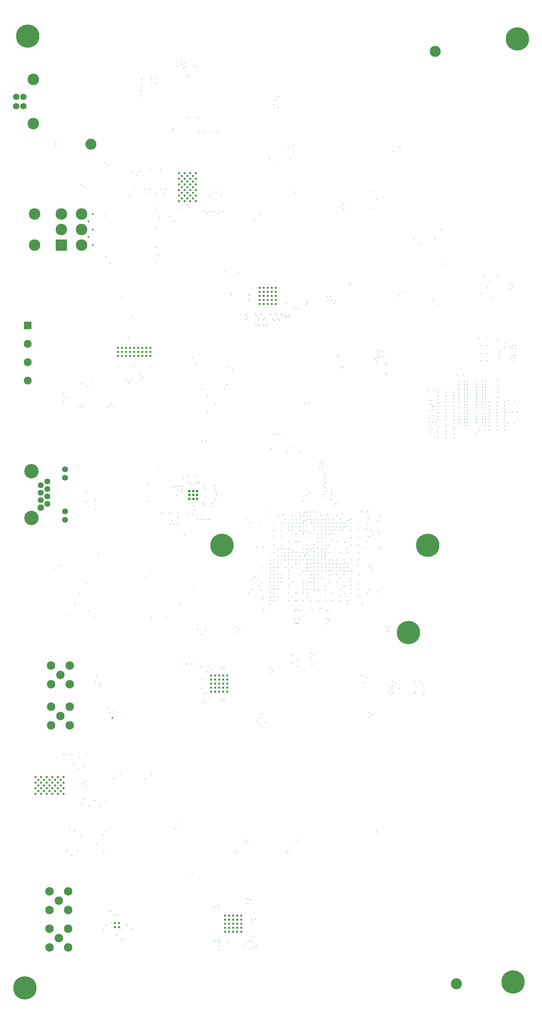
<source format=gbs>
G04*
G04 #@! TF.GenerationSoftware,Altium Limited,Altium Designer,22.11.1 (43)*
G04*
G04 Layer_Color=16711935*
%FSLAX44Y44*%
%MOMM*%
G71*
G04*
G04 #@! TF.SameCoordinates,53296E8D-2C6D-437B-9D4A-58ED0EF3D4B0*
G04*
G04*
G04 #@! TF.FilePolarity,Negative*
G04*
G01*
G75*
%ADD150C,3.0000*%
%ADD158C,6.3400*%
%ADD159C,0.7016*%
%ADD160C,2.3016*%
%ADD161C,2.1450*%
%ADD162R,2.1450X2.1450*%
%ADD163C,3.1400*%
%ADD164C,1.7400*%
%ADD165C,3.9116*%
G04:AMPARAMS|DCode=166|XSize=1.6256mm|YSize=1.6256mm|CornerRadius=0mm|HoleSize=0mm|Usage=FLASHONLY|Rotation=270.000|XOffset=0mm|YOffset=0mm|HoleType=Round|Shape=Octagon|*
%AMOCTAGOND166*
4,1,8,-0.4064,-0.8128,0.4064,-0.8128,0.8128,-0.4064,0.8128,0.4064,0.4064,0.8128,-0.4064,0.8128,-0.8128,0.4064,-0.8128,-0.4064,-0.4064,-0.8128,0.0*
%
%ADD166OCTAGOND166*%

%ADD167C,1.6256*%
%ADD168R,3.1400X3.1400*%
%ADD169C,3.1372*%
%ADD170C,0.2794*%
%ADD171C,0.4826*%
%ADD172C,0.6096*%
%ADD173C,0.6016*%
D150*
X1233880Y68354D02*
D03*
X239487Y2351209D02*
D03*
X1176020Y2603500D02*
D03*
D158*
X1156065Y1261027D02*
D03*
X1103140Y1023435D02*
D03*
X596303Y1260698D02*
D03*
X60589Y57350D02*
D03*
X1387552Y73434D02*
D03*
X1399540Y2637025D02*
D03*
X68020Y2645049D02*
D03*
D159*
X528610Y1386859D02*
D03*
X517910D02*
D03*
X507210D02*
D03*
X528610Y1397559D02*
D03*
X517910D02*
D03*
X507210D02*
D03*
X528610Y1408259D02*
D03*
X517910D02*
D03*
X507210D02*
D03*
D160*
X152900Y294811D02*
D03*
X178300Y269411D02*
D03*
X127500D02*
D03*
Y320211D02*
D03*
X178300D02*
D03*
X152900Y193211D02*
D03*
X178300Y167811D02*
D03*
X127500D02*
D03*
Y218611D02*
D03*
X178300D02*
D03*
X181857Y821997D02*
D03*
X131057D02*
D03*
Y771197D02*
D03*
X181857D02*
D03*
X156457Y796597D02*
D03*
X181857Y933757D02*
D03*
X131057D02*
D03*
Y882957D02*
D03*
X181857D02*
D03*
X156457Y908357D02*
D03*
D161*
X68020Y1708589D02*
D03*
Y1758589D02*
D03*
Y1808589D02*
D03*
D162*
Y1858589D02*
D03*
D163*
X83260Y2527449D02*
D03*
Y2407049D02*
D03*
X159565Y2119269D02*
D03*
Y2161269D02*
D03*
X214565Y2077269D02*
D03*
Y2119269D02*
D03*
Y2161269D02*
D03*
D164*
X56260Y2454749D02*
D03*
Y2479749D02*
D03*
X36260Y2454749D02*
D03*
Y2479749D02*
D03*
D165*
X78180Y1335087D02*
D03*
Y1462087D02*
D03*
D166*
X103580Y1363027D02*
D03*
D167*
Y1383347D02*
D03*
Y1403667D02*
D03*
Y1423987D02*
D03*
X121360Y1373187D02*
D03*
Y1393507D02*
D03*
Y1413827D02*
D03*
Y1434147D02*
D03*
X169620Y1330007D02*
D03*
Y1444307D02*
D03*
Y1467167D02*
D03*
Y1352867D02*
D03*
D168*
X159565Y2077269D02*
D03*
D169*
X86565Y2161269D02*
D03*
Y2077269D02*
D03*
D170*
X747713Y1210941D02*
D03*
X737077Y1211576D02*
D03*
X1288882Y1642812D02*
D03*
X1265826Y1659270D02*
D03*
X1226161Y1658528D02*
D03*
X1240776Y1658705D02*
D03*
X1163777Y1643156D02*
D03*
X1166963Y1655590D02*
D03*
X849715Y1338342D02*
D03*
X866464Y1342169D02*
D03*
X846607Y1322047D02*
D03*
X838067Y1320587D02*
D03*
X848067Y1330587D02*
D03*
X939963Y1328691D02*
D03*
X1182589Y1565106D02*
D03*
X1174558Y1557074D02*
D03*
X976122Y1352532D02*
D03*
X874531Y1224123D02*
D03*
X867102Y1211811D02*
D03*
X1227873Y1553745D02*
D03*
X866805Y1291849D02*
D03*
X856805Y1281849D02*
D03*
X923063Y1345591D02*
D03*
X867000Y1311654D02*
D03*
X1169036Y1628901D02*
D03*
X884394Y1344260D02*
D03*
X1184492Y1638251D02*
D03*
X1168758Y1638356D02*
D03*
X899677Y1369275D02*
D03*
X904635Y1374234D02*
D03*
X855523Y1253131D02*
D03*
X895523Y1293131D02*
D03*
X905523Y1303131D02*
D03*
X845523Y1243131D02*
D03*
X837070Y1232276D02*
D03*
X1204945Y1588172D02*
D03*
X1182987Y1571841D02*
D03*
X1183922Y1554514D02*
D03*
X1205181Y1583047D02*
D03*
X857086Y1211658D02*
D03*
X867041Y1221613D02*
D03*
X877041Y1231613D02*
D03*
X967041Y1321613D02*
D03*
X947041Y1301613D02*
D03*
X887041Y1241613D02*
D03*
X929391Y1269263D02*
D03*
X965824Y1302830D02*
D03*
X994484Y1334356D02*
D03*
X878493Y1210161D02*
D03*
X947081Y1281573D02*
D03*
X990643Y1350630D02*
D03*
X867713Y1230941D02*
D03*
X877713Y1240940D02*
D03*
X907713Y1270941D02*
D03*
X847713Y1211199D02*
D03*
X991992Y1353575D02*
D03*
X857713Y1220941D02*
D03*
X1204786Y1563488D02*
D03*
X1204987Y1554797D02*
D03*
X1204881Y1569682D02*
D03*
X1161327Y1564955D02*
D03*
X839460Y1249194D02*
D03*
X834460Y1244194D02*
D03*
X844460Y1254194D02*
D03*
X824460Y1234194D02*
D03*
X820309Y1230043D02*
D03*
X895869Y1272785D02*
D03*
X935869Y1312785D02*
D03*
X885989Y1262905D02*
D03*
X925869Y1302785D02*
D03*
X855869Y1232785D02*
D03*
X865869Y1242785D02*
D03*
X1185177Y1581457D02*
D03*
X1160780Y1583239D02*
D03*
X1228979Y1573999D02*
D03*
X878922Y1249732D02*
D03*
X1167419Y1576872D02*
D03*
X1180581Y1596141D02*
D03*
X826547Y1242107D02*
D03*
X807713Y1230941D02*
D03*
X827713Y1250941D02*
D03*
X1168400Y1594771D02*
D03*
X817713Y1240940D02*
D03*
X1226820Y1592612D02*
D03*
X1160780Y1594771D02*
D03*
X892984Y1395332D02*
D03*
X825014Y1313640D02*
D03*
X1161183Y1626302D02*
D03*
X847624Y1303189D02*
D03*
X836545Y1292109D02*
D03*
X892548Y1386421D02*
D03*
X817390Y1311263D02*
D03*
X837390Y1331263D02*
D03*
X847250Y1311404D02*
D03*
X790436Y1245969D02*
D03*
X787917Y1240936D02*
D03*
X777713Y1240940D02*
D03*
X911816Y1375970D02*
D03*
X826544Y1282109D02*
D03*
X805554Y1270941D02*
D03*
X827713Y1298782D02*
D03*
X817713Y1290941D02*
D03*
X878614Y1408209D02*
D03*
X1153925Y1682534D02*
D03*
X878264Y1430366D02*
D03*
X872583Y1424369D02*
D03*
X806947Y1350360D02*
D03*
X876829Y1418474D02*
D03*
X871788Y1447372D02*
D03*
X834505Y1403983D02*
D03*
X825916Y1395393D02*
D03*
X708406Y1255337D02*
D03*
X762360Y1342973D02*
D03*
X787173Y1341992D02*
D03*
X737713Y1280941D02*
D03*
X757713Y1300941D02*
D03*
X876012Y1454827D02*
D03*
X876376Y1441135D02*
D03*
X817120Y1380752D02*
D03*
X868124Y1468585D02*
D03*
X868487Y1478268D02*
D03*
X862354Y1473588D02*
D03*
X862677Y1483876D02*
D03*
X868487Y1488440D02*
D03*
X727713Y1350941D02*
D03*
X736861Y1321783D02*
D03*
X747713Y1340941D02*
D03*
X757713Y1320941D02*
D03*
X1020449Y1299327D02*
D03*
X987462Y1254952D02*
D03*
X1023964Y1291453D02*
D03*
X967826Y1220828D02*
D03*
X964339Y1204315D02*
D03*
X1021685Y1252088D02*
D03*
X1026758Y1257161D02*
D03*
X969992Y1178662D02*
D03*
X945681Y1162973D02*
D03*
X997823Y1203887D02*
D03*
X1003948Y1198818D02*
D03*
X927946Y1180948D02*
D03*
X917826Y1170828D02*
D03*
X967713Y1160941D02*
D03*
X1001243Y1300706D02*
D03*
X1256048Y1698580D02*
D03*
X1264048D02*
D03*
X872587Y1399668D02*
D03*
X819681Y1349276D02*
D03*
X809529Y1339124D02*
D03*
X1256048Y1690534D02*
D03*
X1240776Y1684312D02*
D03*
X1256048D02*
D03*
X1288776Y1674706D02*
D03*
X1264358Y1682844D02*
D03*
X1174612Y1682534D02*
D03*
X1264048Y1666534D02*
D03*
X836885Y1341748D02*
D03*
X846885Y1351748D02*
D03*
X822835Y1327697D02*
D03*
X816896Y1321758D02*
D03*
X1160769Y1654642D02*
D03*
X1205126Y1657869D02*
D03*
X1240776Y1666706D02*
D03*
X1288776Y1650706D02*
D03*
X727713Y1140940D02*
D03*
Y1130941D02*
D03*
X817713D02*
D03*
X947713Y1170941D02*
D03*
X727713Y1190991D02*
D03*
X747713Y1220941D02*
D03*
X757713Y1230941D02*
D03*
X767560Y1241094D02*
D03*
X967713Y1240940D02*
D03*
X727698Y1210941D02*
D03*
X990758Y1270658D02*
D03*
X737703Y1240940D02*
D03*
X1183640Y1648759D02*
D03*
X1312048Y1634534D02*
D03*
X1304048Y1642534D02*
D03*
X1288776Y1634706D02*
D03*
X1304048Y1634534D02*
D03*
X757713Y1210941D02*
D03*
X937713Y1250941D02*
D03*
X1304048Y1602534D02*
D03*
X797560Y1271094D02*
D03*
X767713Y1220941D02*
D03*
X1183640Y1620487D02*
D03*
X1205110Y1638909D02*
D03*
X1289118Y1611129D02*
D03*
X757713Y1220941D02*
D03*
X1206323Y1611224D02*
D03*
X1205280Y1601560D02*
D03*
X1226820Y1629537D02*
D03*
Y1638714D02*
D03*
X1264031Y1626534D02*
D03*
X1256048Y1634534D02*
D03*
X1264048Y1642534D02*
D03*
Y1634534D02*
D03*
X1256048Y1642534D02*
D03*
Y1650699D02*
D03*
Y1626534D02*
D03*
X845410Y1263484D02*
D03*
X1304651Y1618374D02*
D03*
X1240776Y1634706D02*
D03*
X1226820Y1620586D02*
D03*
X907693Y1340941D02*
D03*
X827867Y1261027D02*
D03*
X817713Y1250941D02*
D03*
X887713Y1320941D02*
D03*
X928971Y1129683D02*
D03*
X887713Y1160941D02*
D03*
X1323340Y1594025D02*
D03*
X947713Y1220941D02*
D03*
X927713Y1200940D02*
D03*
X877713Y1150941D02*
D03*
X1312048Y1586534D02*
D03*
Y1698534D02*
D03*
X1287909Y1562749D02*
D03*
X1264031Y1610534D02*
D03*
Y1618534D02*
D03*
Y1602534D02*
D03*
X1288776Y1626706D02*
D03*
Y1602706D02*
D03*
Y1666706D02*
D03*
Y1682706D02*
D03*
Y1658705D02*
D03*
X1304048Y1610534D02*
D03*
X1323340Y1575597D02*
D03*
Y1649412D02*
D03*
X1312048Y1650534D02*
D03*
X1304048Y1658534D02*
D03*
X1350105Y1787371D02*
D03*
X1347144Y1818640D02*
D03*
X727713Y1220941D02*
D03*
Y1201571D02*
D03*
X727343Y1180940D02*
D03*
X1240776Y1706706D02*
D03*
X1264048Y1706534D02*
D03*
X727703Y1160941D02*
D03*
X727713Y1170941D02*
D03*
X806819Y1512763D02*
D03*
X747713Y1140941D02*
D03*
X1019019Y1327847D02*
D03*
X966587Y1262067D02*
D03*
X896664Y1192144D02*
D03*
X757713Y1170966D02*
D03*
X747713D02*
D03*
X995407Y1284074D02*
D03*
X1264007Y1650493D02*
D03*
X807867Y1180740D02*
D03*
X747867Y1181027D02*
D03*
X737592Y1190941D02*
D03*
X1227833Y1563488D02*
D03*
X1264399Y1594182D02*
D03*
X1256048Y1602534D02*
D03*
X1240776Y1602706D02*
D03*
X1256089Y1594492D02*
D03*
X1240776Y1586705D02*
D03*
X777713Y1220941D02*
D03*
X787713D02*
D03*
X777713Y1230941D02*
D03*
X797713Y1240940D02*
D03*
X847557Y1221096D02*
D03*
X837713Y1220941D02*
D03*
X817782Y1220721D02*
D03*
X857713Y1240940D02*
D03*
X807464Y1221190D02*
D03*
X797713Y1220941D02*
D03*
X837713Y1211199D02*
D03*
X1240933Y1593479D02*
D03*
X1226820Y1579367D02*
D03*
X1240776Y1618706D02*
D03*
Y1610706D02*
D03*
X1264048Y1586534D02*
D03*
X698192Y1323166D02*
D03*
X773096Y1512763D02*
D03*
X747713Y1230941D02*
D03*
X1183640Y1601922D02*
D03*
X825264Y1915536D02*
D03*
X828239Y1919523D02*
D03*
X825233Y1922529D02*
D03*
X777563Y1886487D02*
D03*
X780638Y1882742D02*
D03*
X727289Y1889523D02*
D03*
X729142Y1886273D02*
D03*
X719235Y1857359D02*
D03*
X716876Y1859755D02*
D03*
X698680Y1857359D02*
D03*
X696321Y1859755D02*
D03*
X752416Y1872338D02*
D03*
X748642Y1875404D02*
D03*
X737382Y1871867D02*
D03*
X733904Y1875287D02*
D03*
X711939Y1878068D02*
D03*
X708916Y1873524D02*
D03*
X696939Y1878068D02*
D03*
X693916Y1873524D02*
D03*
X661646Y1874159D02*
D03*
X664669Y1878703D02*
D03*
X660031Y1885694D02*
D03*
X661848Y1890640D02*
D03*
X708207Y1860167D02*
D03*
X710678Y1857022D02*
D03*
X687431Y1859755D02*
D03*
X689790Y1857359D02*
D03*
X766290Y1887153D02*
D03*
X771282Y1884162D02*
D03*
X768868Y1881638D02*
D03*
X759185Y1886522D02*
D03*
X757320Y1890691D02*
D03*
X744069Y1886394D02*
D03*
X742164Y1889465D02*
D03*
X704037Y1886384D02*
D03*
X702246Y1890132D02*
D03*
X689111Y1886243D02*
D03*
X687206Y1889735D02*
D03*
X621755Y1942406D02*
D03*
X618038Y1947249D02*
D03*
X668816Y1942418D02*
D03*
X672436Y1940485D02*
D03*
X672589Y1925486D02*
D03*
X669031Y1927480D02*
D03*
X640605Y2001834D02*
D03*
X603720Y2004334D02*
D03*
X882237Y1937401D02*
D03*
X885177Y1927040D02*
D03*
X891961Y1937295D02*
D03*
X893672Y1927185D02*
D03*
X942552Y1968372D02*
D03*
X946071Y1975217D02*
D03*
X913213Y1775384D02*
D03*
X910422Y1778945D02*
D03*
X922211Y1746278D02*
D03*
X926252Y1742910D02*
D03*
X1033511Y1786193D02*
D03*
X1036719Y1775555D02*
D03*
X1044659Y1726190D02*
D03*
X1041543Y1729031D02*
D03*
X1045141Y1750206D02*
D03*
X1041836Y1754038D02*
D03*
X1020557Y1790559D02*
D03*
X1025120Y1786239D02*
D03*
X1018781Y1780747D02*
D03*
X1024677Y1775293D02*
D03*
X1020518Y1769963D02*
D03*
X1013492Y1766127D02*
D03*
X1017409Y1761241D02*
D03*
X461733Y2388461D02*
D03*
X465850Y2392581D02*
D03*
X533556Y2382335D02*
D03*
X544565Y2382419D02*
D03*
X737774Y2458401D02*
D03*
X748262Y2451397D02*
D03*
X584512Y2382419D02*
D03*
X573502Y2382335D02*
D03*
X742064Y2470241D02*
D03*
X749068Y2480730D02*
D03*
X496018Y2572447D02*
D03*
X475432D02*
D03*
X485009Y2576105D02*
D03*
X520854Y2564842D02*
D03*
X526033Y2561429D02*
D03*
X377786Y2527336D02*
D03*
X377097Y2482394D02*
D03*
X376664Y2495792D02*
D03*
X377791Y2509146D02*
D03*
X405367Y2520064D02*
D03*
X415990Y2516378D02*
D03*
X405064Y2528996D02*
D03*
X415990Y2532204D02*
D03*
X475560Y2562845D02*
D03*
X485013Y2568951D02*
D03*
X491766Y2558793D02*
D03*
X496347Y2562433D02*
D03*
X503217Y2539943D02*
D03*
X508502Y2536596D02*
D03*
X143785Y2346789D02*
D03*
Y2356289D02*
D03*
X341330Y1826741D02*
D03*
X323931Y1933084D02*
D03*
X351815Y1881589D02*
D03*
X881244Y1047082D02*
D03*
X885312Y1055712D02*
D03*
X888163Y1060692D02*
D03*
X881320Y1060768D02*
D03*
X888338Y1083807D02*
D03*
X882147Y1083768D02*
D03*
X805193Y1059451D02*
D03*
X794483Y1059408D02*
D03*
X804981Y1048069D02*
D03*
X801984Y1051649D02*
D03*
X798848Y1047819D02*
D03*
X795628Y1051566D02*
D03*
X792298Y1047847D02*
D03*
X807249Y1084529D02*
D03*
X805014Y1082040D02*
D03*
X793455Y1084746D02*
D03*
X796271Y1081742D02*
D03*
X799735Y1086046D02*
D03*
X863257Y1089353D02*
D03*
X841150D02*
D03*
X1393838Y1778030D02*
D03*
X1388255Y1776521D02*
D03*
X592183Y181595D02*
D03*
X587966Y182558D02*
D03*
X589507Y162039D02*
D03*
X586527Y171611D02*
D03*
X585857Y187221D02*
D03*
X577125Y183006D02*
D03*
X574951Y187255D02*
D03*
X590234Y282003D02*
D03*
X586545Y275282D02*
D03*
X584169Y282048D02*
D03*
X576700Y278090D02*
D03*
X574143Y274854D02*
D03*
X1020201Y480562D02*
D03*
X1015771Y485098D02*
D03*
X775817Y422287D02*
D03*
X771292Y428143D02*
D03*
X803716Y458597D02*
D03*
X797859Y453007D02*
D03*
X660699D02*
D03*
X666556Y458597D02*
D03*
X634132Y428143D02*
D03*
X638657Y422287D02*
D03*
X547669Y856455D02*
D03*
X541021Y871960D02*
D03*
X541926Y896960D02*
D03*
X488663Y937861D02*
D03*
X500917Y938053D02*
D03*
X513362Y937938D02*
D03*
X531285Y938183D02*
D03*
X539408Y931531D02*
D03*
X553906Y916585D02*
D03*
X551813Y1543676D02*
D03*
X540803Y1543592D02*
D03*
X543307Y1684159D02*
D03*
X555181Y1666954D02*
D03*
X527844Y1753808D02*
D03*
X515970Y1771014D02*
D03*
X242075Y1699101D02*
D03*
X228911Y1692865D02*
D03*
X214881Y1699880D02*
D03*
X164822Y1673638D02*
D03*
X171750Y1663678D02*
D03*
X165341Y1652332D02*
D03*
X453923Y2154595D02*
D03*
X465198Y2140856D02*
D03*
X416883Y2177671D02*
D03*
X424964Y2150397D02*
D03*
X417150Y2122448D02*
D03*
X416412Y2069855D02*
D03*
X424492Y2047902D02*
D03*
X415775Y2032865D02*
D03*
X444741Y2229470D02*
D03*
X385456Y2229362D02*
D03*
X439197Y2216888D02*
D03*
X429600Y2227337D02*
D03*
X415632Y2216461D02*
D03*
X401237Y2227870D02*
D03*
X391214Y2217207D02*
D03*
X358372Y2227231D02*
D03*
X346174Y2212613D02*
D03*
X374499Y1724452D02*
D03*
X381476Y1717888D02*
D03*
X374137Y1711842D02*
D03*
X349372Y1709462D02*
D03*
X342808Y1702486D02*
D03*
X336762Y1709824D02*
D03*
X354330Y1745475D02*
D03*
X399587Y1746411D02*
D03*
X314994Y1746411D02*
D03*
X216513Y1637102D02*
D03*
X210467Y1644441D02*
D03*
X203904Y1637464D02*
D03*
X300513Y1637102D02*
D03*
X294467Y1644441D02*
D03*
X287903Y1637464D02*
D03*
X279913Y563472D02*
D03*
X263840Y551584D02*
D03*
X251059Y566095D02*
D03*
X236493Y551417D02*
D03*
X222147Y569778D02*
D03*
X215338Y558392D02*
D03*
X602319Y928377D02*
D03*
X596160Y924034D02*
D03*
X558652Y931247D02*
D03*
X566267Y924265D02*
D03*
X637578Y1037425D02*
D03*
X644555Y1030862D02*
D03*
X637216Y1024815D02*
D03*
X785202Y960594D02*
D03*
X801406Y949581D02*
D03*
X785694Y939340D02*
D03*
X801055Y931413D02*
D03*
X847372Y939067D02*
D03*
X840708Y934680D02*
D03*
X726982Y912617D02*
D03*
X734320Y918663D02*
D03*
X727343Y925227D02*
D03*
X838237Y967642D02*
D03*
X845214Y961078D02*
D03*
X837876Y955032D02*
D03*
X996565Y805637D02*
D03*
X1003542Y799073D02*
D03*
X996204Y793027D02*
D03*
X1061302Y859008D02*
D03*
X1048787Y862542D02*
D03*
X1054755Y855068D02*
D03*
X1054791Y873684D02*
D03*
X1058588Y869261D02*
D03*
X987793Y900959D02*
D03*
X985394Y887205D02*
D03*
X974998Y907197D02*
D03*
X1059733Y890474D02*
D03*
X1067379Y886527D02*
D03*
X1059979Y879189D02*
D03*
X1078325Y870863D02*
D03*
X1019169Y1134320D02*
D03*
X995997Y1141024D02*
D03*
X992443Y1133072D02*
D03*
X691164Y782579D02*
D03*
X699011Y792317D02*
D03*
X704589Y802717D02*
D03*
X699768Y772935D02*
D03*
X713477Y779175D02*
D03*
X601902Y839630D02*
D03*
X596089Y844167D02*
D03*
X563464Y844815D02*
D03*
X551785Y832288D02*
D03*
X543738Y836010D02*
D03*
X666590Y287142D02*
D03*
X662005Y297792D02*
D03*
X675323Y296376D02*
D03*
X671389Y299067D02*
D03*
X678808Y239071D02*
D03*
X687198Y244190D02*
D03*
X676785Y244160D02*
D03*
X614465Y180917D02*
D03*
X684755Y170077D02*
D03*
X691353Y173471D02*
D03*
X676623Y165484D02*
D03*
X663215Y180683D02*
D03*
X658748Y172515D02*
D03*
X672820Y181481D02*
D03*
X677701Y185916D02*
D03*
X667682Y185693D02*
D03*
X680001Y194189D02*
D03*
X1006401Y1289062D02*
D03*
X989741Y1306109D02*
D03*
X992427Y1316433D02*
D03*
X887713Y1200940D02*
D03*
X877713Y1190941D02*
D03*
X1025511Y1339154D02*
D03*
X501438Y2423265D02*
D03*
X530645Y2423126D02*
D03*
X624516Y1737490D02*
D03*
X614282Y1745111D02*
D03*
X610907Y1697102D02*
D03*
X602851Y1686651D02*
D03*
X578575Y1643323D02*
D03*
X556366Y1621223D02*
D03*
X662289Y1334200D02*
D03*
X673693Y1323507D02*
D03*
X704483Y1202227D02*
D03*
X313077Y254328D02*
D03*
X306085Y256488D02*
D03*
X295432Y264615D02*
D03*
X289209Y267946D02*
D03*
X350406Y218204D02*
D03*
X339606Y226454D02*
D03*
X335945Y230302D02*
D03*
X324299Y216611D02*
D03*
X296129Y234719D02*
D03*
X251321Y889002D02*
D03*
X266984Y883404D02*
D03*
X263113Y877598D02*
D03*
X329454Y191704D02*
D03*
X323018Y187849D02*
D03*
X310216Y201500D02*
D03*
X272870Y216673D02*
D03*
X283055Y228697D02*
D03*
X274295Y429677D02*
D03*
X254961Y447060D02*
D03*
X303106Y810964D02*
D03*
X292176Y806095D02*
D03*
X287754Y816281D02*
D03*
X977713Y1100940D02*
D03*
X897713Y1110941D02*
D03*
X777703D02*
D03*
X678829Y1168573D02*
D03*
X684739Y1174758D02*
D03*
X696482Y1150881D02*
D03*
X703893Y1157616D02*
D03*
X677758Y1141353D02*
D03*
X668242Y1132496D02*
D03*
X702207Y1137970D02*
D03*
X707608Y1116515D02*
D03*
X703785Y1111272D02*
D03*
X1145497Y858150D02*
D03*
X1142494Y853575D02*
D03*
X1122484Y861211D02*
D03*
X1117706Y857955D02*
D03*
X1141551Y881833D02*
D03*
X1135661Y889741D02*
D03*
X1120882Y889905D02*
D03*
X709869Y1086768D02*
D03*
X893750Y1404036D02*
D03*
X690749Y1254649D02*
D03*
X546819Y1376750D02*
D03*
X542943Y1373880D02*
D03*
X546679Y1370618D02*
D03*
X1045854Y1030468D02*
D03*
X1051097Y1026645D02*
D03*
Y1036145D02*
D03*
X1045854Y1039968D02*
D03*
X279086Y2044712D02*
D03*
X290960Y2027507D02*
D03*
X279189Y2156214D02*
D03*
X291063Y2139008D02*
D03*
X371650Y2276985D02*
D03*
X429143Y2280662D02*
D03*
X401177Y2281351D02*
D03*
X363430Y2265369D02*
D03*
X353372Y2276945D02*
D03*
X277990Y2300953D02*
D03*
X284813Y2294656D02*
D03*
X212597Y2242341D02*
D03*
X219419Y2236043D02*
D03*
X479250Y2177800D02*
D03*
X549270Y2168312D02*
D03*
X593998Y2212626D02*
D03*
X579811Y2220421D02*
D03*
X563265Y2209657D02*
D03*
X506889Y2180222D02*
D03*
X502942Y2184734D02*
D03*
X599440Y2168312D02*
D03*
X575170D02*
D03*
X587112Y2162279D02*
D03*
X561865Y2168312D02*
D03*
X555667Y2162279D02*
D03*
X683488Y2147493D02*
D03*
X700693Y2159367D02*
D03*
X794779Y2221040D02*
D03*
X775410Y2339465D02*
D03*
X791963Y2347994D02*
D03*
X927077Y2176327D02*
D03*
X920101Y2182890D02*
D03*
X927439Y2188937D02*
D03*
X1379272Y1958300D02*
D03*
X1386610Y1964347D02*
D03*
X1379633Y1970910D02*
D03*
X1318615Y1960681D02*
D03*
X1325376Y1977762D02*
D03*
X1345540Y1991877D02*
D03*
X1310668Y1993063D02*
D03*
X1301060Y1944907D02*
D03*
X1327985Y1934231D02*
D03*
X782466Y2311133D02*
D03*
X724674D02*
D03*
X745194Y2299496D02*
D03*
X1138120Y2081800D02*
D03*
X1117600Y2093437D02*
D03*
X1175392D02*
D03*
X1191260Y2118360D02*
D03*
X1201991Y2025045D02*
D03*
X1077946Y1939192D02*
D03*
X1095151Y1951066D02*
D03*
X904071Y1924193D02*
D03*
X900552Y1917347D02*
D03*
X1000899Y2176881D02*
D03*
X1017290Y2200549D02*
D03*
X1000899Y2222440D02*
D03*
X1063137Y2332988D02*
D03*
X1080342Y2344862D02*
D03*
X770323Y1918289D02*
D03*
X802509Y1903573D02*
D03*
X791583Y1904021D02*
D03*
X1182243Y1911562D02*
D03*
X1170369Y1928767D02*
D03*
X468434Y490381D02*
D03*
X477862Y502730D02*
D03*
X405115Y637175D02*
D03*
X386432Y625764D02*
D03*
X272160Y473372D02*
D03*
X279608Y482747D02*
D03*
X521329Y1140593D02*
D03*
X479814Y1098764D02*
D03*
X209489Y685049D02*
D03*
X225787Y692534D02*
D03*
X183406Y691399D02*
D03*
X166257D02*
D03*
X514645Y370840D02*
D03*
X302432Y625764D02*
D03*
X319637Y637638D02*
D03*
X225898Y619139D02*
D03*
X226307Y605432D02*
D03*
X220051Y612287D02*
D03*
X203642Y428603D02*
D03*
X188112Y417886D02*
D03*
X173760Y428603D02*
D03*
X223759Y660520D02*
D03*
X205679Y653764D02*
D03*
X192792Y667349D02*
D03*
X212889Y469114D02*
D03*
X195686Y484448D02*
D03*
X180853Y497369D02*
D03*
X737693Y1110941D02*
D03*
X727713D02*
D03*
X727703Y1120941D02*
D03*
X737592Y1151615D02*
D03*
X737693Y1130941D02*
D03*
X727713Y1151615D02*
D03*
X737592Y1170941D02*
D03*
X827713Y1220941D02*
D03*
Y1211199D02*
D03*
X847713Y1230941D02*
D03*
X867713Y1250941D02*
D03*
X817713Y1298782D02*
D03*
X767604Y1200940D02*
D03*
X846456Y1202198D02*
D03*
X777713Y1190941D02*
D03*
X857713D02*
D03*
X867713Y1200940D02*
D03*
X817632Y1190859D02*
D03*
X827713Y1190941D02*
D03*
X787713Y1200940D02*
D03*
X797713Y1210941D02*
D03*
X837713Y1200940D02*
D03*
X827713D02*
D03*
X857713D02*
D03*
X777713Y1171816D02*
D03*
X877867Y1261027D02*
D03*
X1323340Y1584833D02*
D03*
Y1603326D02*
D03*
Y1612586D02*
D03*
Y1621946D02*
D03*
Y1631034D02*
D03*
Y1640243D02*
D03*
X1226820Y1601839D02*
D03*
Y1610952D02*
D03*
Y1648759D02*
D03*
Y1667590D02*
D03*
Y1676997D02*
D03*
X1385034Y1797620D02*
D03*
X1386840Y1803400D02*
D03*
X1379220Y1801101D02*
D03*
X1315720Y1823931D02*
D03*
X1350105Y1782371D02*
D03*
X1350252Y1772072D02*
D03*
X1315720Y1762760D02*
D03*
Y1782371D02*
D03*
Y1803400D02*
D03*
X1379220Y1622153D02*
D03*
X1370004Y1623060D02*
D03*
X1294364Y1823931D02*
D03*
X1300408Y1762760D02*
D03*
Y1803400D02*
D03*
X1300418Y1782371D02*
D03*
X1367504Y1809872D02*
D03*
X1365004Y1801101D02*
D03*
X1395404Y1803400D02*
D03*
X1390479Y1760431D02*
D03*
X1390457Y1769367D02*
D03*
X1384004Y1769321D02*
D03*
X1237422Y1724660D02*
D03*
X1296728Y1573619D02*
D03*
X1311714D02*
D03*
X1347144Y1694833D02*
D03*
Y1677647D02*
D03*
X1398990Y1622153D02*
D03*
X1386840Y1623060D02*
D03*
X1168400Y1612586D02*
D03*
X1160780Y1607820D02*
D03*
X1252418Y1724660D02*
D03*
X1347144Y1710153D02*
D03*
Y1662153D02*
D03*
X1391987Y1592612D02*
D03*
X1374004D02*
D03*
X1373678Y1654153D02*
D03*
X1391989D02*
D03*
X1183640Y1610952D02*
D03*
Y1630098D02*
D03*
Y1657869D02*
D03*
Y1667326D02*
D03*
Y1676997D02*
D03*
X1205084Y1677119D02*
D03*
X1205459Y1667458D02*
D03*
X1205067Y1648759D02*
D03*
X1205018Y1629817D02*
D03*
X1204906Y1620536D02*
D03*
X1343665Y1575744D02*
D03*
X1343745Y1584832D02*
D03*
X1343730Y1594026D02*
D03*
X1343770Y1603180D02*
D03*
X1343957Y1612586D02*
D03*
X1344052Y1621947D02*
D03*
X1343944Y1631035D02*
D03*
X1343991Y1640243D02*
D03*
X1344093Y1649411D02*
D03*
X1364254Y1575597D02*
D03*
Y1584831D02*
D03*
Y1594025D02*
D03*
Y1603034D02*
D03*
Y1612586D02*
D03*
X1364894Y1622153D02*
D03*
Y1631034D02*
D03*
Y1640243D02*
D03*
Y1649410D02*
D03*
X828978Y1330941D02*
D03*
X522259Y1357060D02*
D03*
X505100Y1446690D02*
D03*
X528610Y1446754D02*
D03*
X817396Y1327029D02*
D03*
X827713Y1340941D02*
D03*
X817909Y1340884D02*
D03*
X560720Y1330966D02*
D03*
X568777Y1365600D02*
D03*
X579187Y1385715D02*
D03*
X581612Y1396183D02*
D03*
X250094Y1064894D02*
D03*
X235285Y1081679D02*
D03*
X155485Y1205674D02*
D03*
X138279Y1193800D02*
D03*
X259827Y1237298D02*
D03*
X195580Y1102995D02*
D03*
X172446Y1075668D02*
D03*
X209258Y1129664D02*
D03*
X227490Y1156335D02*
D03*
X388563Y1171588D02*
D03*
X401240Y1185336D02*
D03*
X550952Y1030158D02*
D03*
X540321Y1018445D02*
D03*
X529198Y1031241D02*
D03*
X403557Y1064546D02*
D03*
X445681Y1063679D02*
D03*
X490659Y1442247D02*
D03*
X820191Y1647172D02*
D03*
X831200Y1647256D02*
D03*
X753799Y1562158D02*
D03*
X742790Y1562074D02*
D03*
X790379Y1529993D02*
D03*
X731143Y1523253D02*
D03*
X877867Y1389918D02*
D03*
X827693Y1350941D02*
D03*
X580965Y1402189D02*
D03*
X838077Y1351325D02*
D03*
X535410Y1429547D02*
D03*
X550350Y1414333D02*
D03*
X577600Y1413418D02*
D03*
X577727Y1422663D02*
D03*
X568777Y1376117D02*
D03*
X540609Y1330941D02*
D03*
X550560D02*
D03*
X530240D02*
D03*
X488009Y1403447D02*
D03*
X477472Y1408366D02*
D03*
X464892Y1318260D02*
D03*
X515410Y1344560D02*
D03*
X476935Y1320800D02*
D03*
X475515Y1336991D02*
D03*
Y1349818D02*
D03*
X505100Y1344560D02*
D03*
X462043Y1328101D02*
D03*
X493905Y1287780D02*
D03*
X454571Y1318260D02*
D03*
X490659Y1420961D02*
D03*
X504311Y1432300D02*
D03*
X517859Y1367759D02*
D03*
X545159Y1419860D02*
D03*
X530410Y1433242D02*
D03*
X525410Y1429558D02*
D03*
X967713Y1120941D02*
D03*
X967703Y1280941D02*
D03*
X737703Y1201571D02*
D03*
Y1120941D02*
D03*
Y1160941D02*
D03*
X837693Y1110941D02*
D03*
X797703D02*
D03*
X937703Y1100940D02*
D03*
X917703Y1110941D02*
D03*
X877569D02*
D03*
X486682Y1411193D02*
D03*
X481748Y1419620D02*
D03*
X478607Y1422837D02*
D03*
X464892Y1419860D02*
D03*
X470698D02*
D03*
X472858Y1397317D02*
D03*
X454571Y1349818D02*
D03*
X423665Y1466659D02*
D03*
X393704Y1427480D02*
D03*
X431800Y1349818D02*
D03*
X393704Y1380059D02*
D03*
X252324Y1359296D02*
D03*
X226899Y1378807D02*
D03*
X252324Y1384617D02*
D03*
X226315Y1405045D02*
D03*
X203867Y1475740D02*
D03*
X510410Y1429547D02*
D03*
X737713Y1300941D02*
D03*
Y1220941D02*
D03*
Y1140940D02*
D03*
Y1180940D02*
D03*
Y1260941D02*
D03*
X967713Y1140940D02*
D03*
X937713Y1110941D02*
D03*
X857713D02*
D03*
X817713D02*
D03*
X727713Y1100940D02*
D03*
X947713Y1130941D02*
D03*
Y1140940D02*
D03*
Y1150940D02*
D03*
X907713Y1160941D02*
D03*
X917713Y1120941D02*
D03*
Y1140941D02*
D03*
X927713Y1150941D02*
D03*
X937713Y1120941D02*
D03*
X867713Y1170941D02*
D03*
X877713Y1120941D02*
D03*
Y1140941D02*
D03*
X897713Y1130941D02*
D03*
X827713Y1160941D02*
D03*
Y1150941D02*
D03*
Y1140941D02*
D03*
Y1130941D02*
D03*
Y1120941D02*
D03*
X837713Y1140941D02*
D03*
Y1160941D02*
D03*
Y1170941D02*
D03*
X847713Y1140941D02*
D03*
Y1150941D02*
D03*
Y1160941D02*
D03*
Y1170941D02*
D03*
X857713Y1140941D02*
D03*
Y1170941D02*
D03*
X787713Y1160941D02*
D03*
Y1120941D02*
D03*
X797713Y1130941D02*
D03*
X817713Y1140941D02*
D03*
Y1150941D02*
D03*
Y1160941D02*
D03*
X777713Y1150941D02*
D03*
Y1130941D02*
D03*
X757713Y1160941D02*
D03*
X747713Y1120941D02*
D03*
Y1160941D02*
D03*
X947713Y1190941D02*
D03*
X937713D02*
D03*
Y1200940D02*
D03*
Y1210941D02*
D03*
Y1240940D02*
D03*
X927713Y1190941D02*
D03*
Y1210941D02*
D03*
X917713Y1190941D02*
D03*
Y1200940D02*
D03*
Y1210941D02*
D03*
Y1240940D02*
D03*
X907867Y1181027D02*
D03*
X907713Y1200940D02*
D03*
Y1210941D02*
D03*
Y1220941D02*
D03*
X897867Y1181027D02*
D03*
X897713Y1200940D02*
D03*
Y1210941D02*
D03*
Y1220941D02*
D03*
X887867Y1181027D02*
D03*
X887713Y1190941D02*
D03*
Y1210941D02*
D03*
Y1220941D02*
D03*
X877713Y1200940D02*
D03*
X867713Y1190941D02*
D03*
X857867Y1181027D02*
D03*
X847867D02*
D03*
X847713Y1190941D02*
D03*
X947867Y1261027D02*
D03*
X947713Y1330941D02*
D03*
X927713Y1310941D02*
D03*
Y1320941D02*
D03*
X917713Y1300941D02*
D03*
Y1310941D02*
D03*
Y1320941D02*
D03*
Y1330941D02*
D03*
X907713Y1310941D02*
D03*
Y1320941D02*
D03*
X897713Y1300941D02*
D03*
Y1310941D02*
D03*
Y1320941D02*
D03*
Y1330941D02*
D03*
X887713Y1290941D02*
D03*
Y1300941D02*
D03*
Y1310941D02*
D03*
Y1330941D02*
D03*
X877713Y1280941D02*
D03*
Y1290941D02*
D03*
Y1300941D02*
D03*
Y1310941D02*
D03*
Y1320941D02*
D03*
Y1330941D02*
D03*
X867713Y1270941D02*
D03*
Y1280941D02*
D03*
Y1300941D02*
D03*
Y1320941D02*
D03*
Y1330941D02*
D03*
X857713Y1270941D02*
D03*
Y1290941D02*
D03*
Y1310941D02*
D03*
Y1320941D02*
D03*
Y1330941D02*
D03*
X837867Y1181027D02*
D03*
X837713Y1190941D02*
D03*
X807713Y1210941D02*
D03*
Y1240940D02*
D03*
Y1300941D02*
D03*
Y1310941D02*
D03*
Y1320941D02*
D03*
Y1330941D02*
D03*
X797713Y1230941D02*
D03*
Y1290941D02*
D03*
Y1310941D02*
D03*
Y1320941D02*
D03*
Y1330941D02*
D03*
X787713Y1230941D02*
D03*
Y1330941D02*
D03*
Y1320941D02*
D03*
Y1310941D02*
D03*
Y1300941D02*
D03*
X777713Y1250941D02*
D03*
Y1210941D02*
D03*
X777867Y1181027D02*
D03*
X777713Y1320941D02*
D03*
Y1310941D02*
D03*
Y1300941D02*
D03*
Y1270941D02*
D03*
X767713Y1250941D02*
D03*
Y1230941D02*
D03*
Y1330941D02*
D03*
Y1320941D02*
D03*
X757713Y1250941D02*
D03*
X757867Y1181027D02*
D03*
X757713Y1280941D02*
D03*
X757867Y1261027D02*
D03*
X747713Y1250941D02*
D03*
Y1200940D02*
D03*
X1288776Y1594706D02*
D03*
Y1706706D02*
D03*
X1312048Y1690534D02*
D03*
Y1682534D02*
D03*
X1304048Y1698534D02*
D03*
Y1690534D02*
D03*
Y1682534D02*
D03*
X1288776Y1690706D02*
D03*
Y1698706D02*
D03*
X1264048Y1690534D02*
D03*
X1312048Y1666534D02*
D03*
Y1674534D02*
D03*
X1304048D02*
D03*
Y1666534D02*
D03*
X1256048Y1618534D02*
D03*
Y1666534D02*
D03*
Y1658534D02*
D03*
X1312048Y1706534D02*
D03*
X1304048D02*
D03*
X1312048Y1610534D02*
D03*
Y1602534D02*
D03*
X1304048Y1594534D02*
D03*
Y1586534D02*
D03*
X1312048Y1594534D02*
D03*
Y1618534D02*
D03*
X1304048Y1650534D02*
D03*
X1312048Y1658534D02*
D03*
X1256048Y1586534D02*
D03*
Y1610534D02*
D03*
X1240776Y1674706D02*
D03*
Y1698706D02*
D03*
Y1690706D02*
D03*
Y1650706D02*
D03*
X1264048Y1674534D02*
D03*
X1256048D02*
D03*
Y1706534D02*
D03*
X256157Y905853D02*
D03*
D171*
X244567Y2077269D02*
D03*
X233236Y2099276D02*
D03*
X244567Y2119269D02*
D03*
X233236Y2141220D02*
D03*
X244567Y2161269D02*
D03*
X297876Y791625D02*
D03*
D172*
X479500Y2272332D02*
D03*
X494740D02*
D03*
X509980D02*
D03*
X525220D02*
D03*
X517600Y2264712D02*
D03*
X487120D02*
D03*
X525220Y2257092D02*
D03*
X509980D02*
D03*
X494740D02*
D03*
X479500D02*
D03*
X517600Y2249472D02*
D03*
X487120D02*
D03*
X525220Y2241852D02*
D03*
X509980D02*
D03*
X494740D02*
D03*
X479500D02*
D03*
X517600Y2234232D02*
D03*
X487120D02*
D03*
X525220Y2226612D02*
D03*
X509980D02*
D03*
X494740D02*
D03*
X479500D02*
D03*
X517600Y2218992D02*
D03*
X502360D02*
D03*
X487120D02*
D03*
X525220Y2211372D02*
D03*
X509980D02*
D03*
X494740D02*
D03*
X517600Y2203752D02*
D03*
X502360D02*
D03*
X525220Y2196132D02*
D03*
X509980D02*
D03*
X494740D02*
D03*
X479500D02*
D03*
Y2211372D02*
D03*
X487120Y2203752D02*
D03*
X502360Y2264712D02*
D03*
Y2249472D02*
D03*
Y2234232D02*
D03*
X89400Y585109D02*
D03*
Y600349D02*
D03*
Y615589D02*
D03*
Y630829D02*
D03*
X97020Y623209D02*
D03*
Y592729D02*
D03*
X104640Y630829D02*
D03*
Y615589D02*
D03*
Y600349D02*
D03*
Y585109D02*
D03*
X112260Y623209D02*
D03*
Y592729D02*
D03*
X119880Y630829D02*
D03*
Y615589D02*
D03*
Y600349D02*
D03*
Y585109D02*
D03*
X127500Y623209D02*
D03*
Y592729D02*
D03*
X135120Y630829D02*
D03*
Y615589D02*
D03*
Y600349D02*
D03*
Y585109D02*
D03*
X142740Y623209D02*
D03*
Y607969D02*
D03*
Y592729D02*
D03*
X150360Y630829D02*
D03*
Y615589D02*
D03*
Y600349D02*
D03*
X157980Y623209D02*
D03*
Y607969D02*
D03*
X165600Y630829D02*
D03*
Y615589D02*
D03*
Y600349D02*
D03*
Y585109D02*
D03*
X150360D02*
D03*
X157980Y592729D02*
D03*
X97020Y607969D02*
D03*
X112260D02*
D03*
X127500D02*
D03*
D173*
X698720Y1960929D02*
D03*
X709720D02*
D03*
X720720D02*
D03*
X731720D02*
D03*
X742720D02*
D03*
X698720Y1949929D02*
D03*
X709720D02*
D03*
X720720D02*
D03*
X731720D02*
D03*
X742720D02*
D03*
X698720Y1938929D02*
D03*
X709720D02*
D03*
X720720D02*
D03*
X731720D02*
D03*
X742720D02*
D03*
X698720Y1927929D02*
D03*
X709720D02*
D03*
X720720D02*
D03*
X731720D02*
D03*
X742720D02*
D03*
X698720Y1916929D02*
D03*
X709720D02*
D03*
X720720D02*
D03*
X731720D02*
D03*
X742720D02*
D03*
X313580Y1775529D02*
D03*
Y1786529D02*
D03*
Y1797529D02*
D03*
X324580Y1775529D02*
D03*
Y1786529D02*
D03*
Y1797529D02*
D03*
X335580Y1775529D02*
D03*
Y1786529D02*
D03*
Y1797529D02*
D03*
X346580Y1775529D02*
D03*
Y1786529D02*
D03*
Y1797529D02*
D03*
X357580Y1775529D02*
D03*
Y1786529D02*
D03*
Y1797529D02*
D03*
X368580Y1775529D02*
D03*
Y1786529D02*
D03*
Y1797529D02*
D03*
X379580Y1775529D02*
D03*
Y1786529D02*
D03*
Y1797529D02*
D03*
X390580Y1775529D02*
D03*
Y1786529D02*
D03*
Y1797529D02*
D03*
X401580Y1775529D02*
D03*
Y1786529D02*
D03*
Y1797529D02*
D03*
X648910Y253689D02*
D03*
Y242689D02*
D03*
Y231689D02*
D03*
Y220689D02*
D03*
Y209689D02*
D03*
X637910Y253689D02*
D03*
Y242689D02*
D03*
Y231689D02*
D03*
Y220689D02*
D03*
Y209689D02*
D03*
X626910Y253689D02*
D03*
Y242689D02*
D03*
Y231689D02*
D03*
Y220689D02*
D03*
Y209689D02*
D03*
X615910Y253689D02*
D03*
Y242689D02*
D03*
Y231689D02*
D03*
Y220689D02*
D03*
Y209689D02*
D03*
X604910Y253689D02*
D03*
Y242689D02*
D03*
Y231689D02*
D03*
Y220689D02*
D03*
Y209689D02*
D03*
X315880Y222732D02*
D03*
X304880D02*
D03*
X315880Y233732D02*
D03*
X304880D02*
D03*
X566656Y862460D02*
D03*
Y873460D02*
D03*
Y884460D02*
D03*
Y895460D02*
D03*
Y906460D02*
D03*
X577656Y862460D02*
D03*
Y873460D02*
D03*
Y884460D02*
D03*
Y895460D02*
D03*
Y906460D02*
D03*
X588656Y862460D02*
D03*
Y873460D02*
D03*
Y884460D02*
D03*
Y895460D02*
D03*
Y906460D02*
D03*
X599656Y862460D02*
D03*
Y873460D02*
D03*
Y884460D02*
D03*
Y895460D02*
D03*
Y906460D02*
D03*
X610656Y862460D02*
D03*
Y873460D02*
D03*
Y884460D02*
D03*
Y895460D02*
D03*
Y906460D02*
D03*
M02*

</source>
